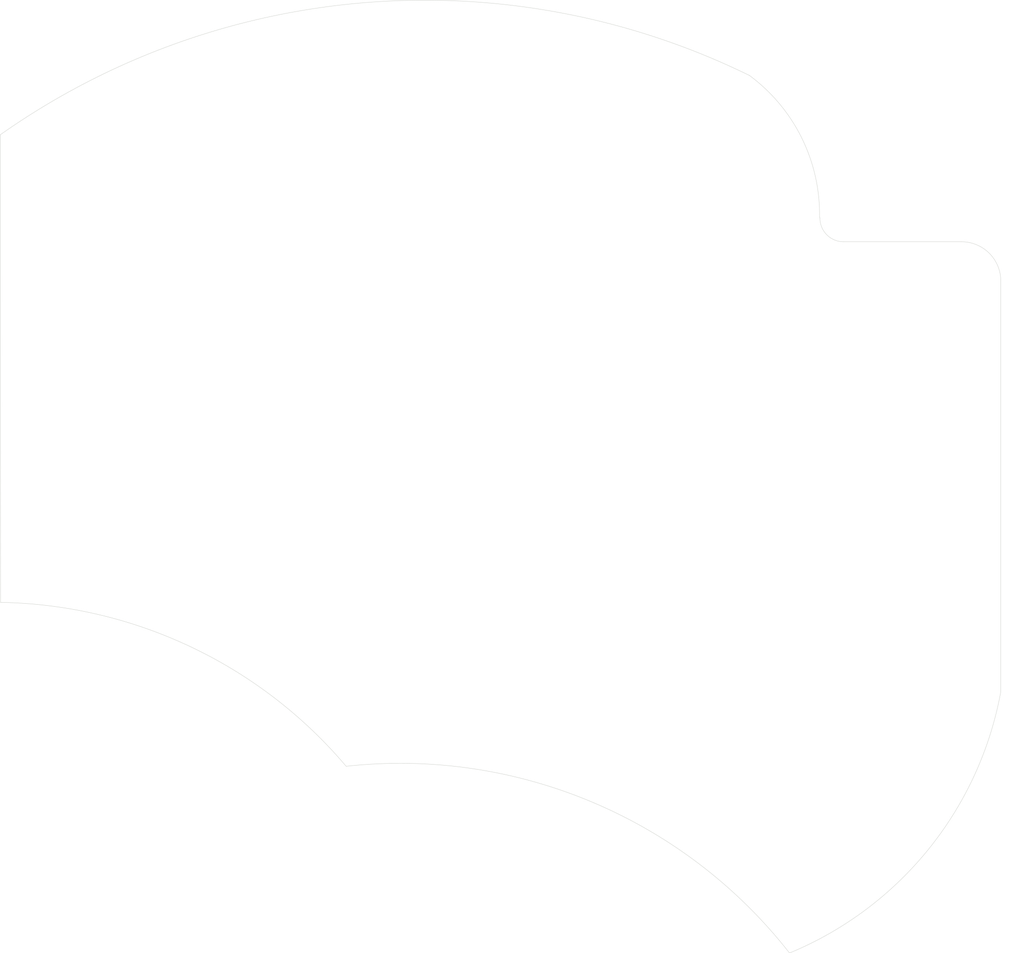
<source format=kicad_pcb>
(kicad_pcb (version 20211014) (generator pcbnew)
  (layers (0 "F.Cu" signal) (31 "B.Cu" signal) (34 "B.Paste" user) (35 "F.Paste" user) (36 "B.SilkS" user "B.Silkscreen") (37 "F.SilkS" user "F.Silkscreen") (38 "B.Mask" user) (39 "F.Mask" user) (44 "Edge.Cuts" user))
  (net 0 "")
  (footprint "MountingHole:MountingHole_2.2mm_M2_ISO14580" (layer "F.Cu") (at 96.75 85.75)
    (fp_text reference " " (at 0 -2.75) (layer "F.SilkS"))
    (fp_text value "MountingHole_2.2mm_M2_ISO14580")
    (pad "" np_thru_hole circle locked (at 0 0) (size 2.2 2.2) (drill 2.2) (layers *.Cu *.Mask))
  )
  (footprint "MountingHole:MountingHole_2.2mm_M2_ISO14580" (layer "F.Cu") (at 135 68.25)
    (fp_text reference " " (at 0 -2.75) (layer "F.SilkS"))
    (fp_text value "MountingHole_2.2mm_M2_ISO14580")
    (pad "" np_thru_hole circle locked (at 0 0) (size 2.2 2.2) (drill 2.2) (layers *.Cu *.Mask))
  )
  (footprint "MountingHole:MountingHole_2.2mm_M2_ISO14580" (layer "F.Cu") (at 120.75 126.75)
    (fp_text reference " " (at 0 -2.75) (layer "F.SilkS"))
    (fp_text value "MountingHole_2.2mm_M2_ISO14580")
    (pad "" np_thru_hole circle locked (at 0 0) (size 2.2 2.2) (drill 2.2) (layers *.Cu *.Mask))
  )
  (footprint "MountingHole:MountingHole_2.2mm_M2_ISO14580" (layer "F.Cu") (at 194.46875 141.2875)
    (fp_text reference " " (at 0 -2.75) (layer "F.SilkS"))
    (fp_text value "MountingHole_2.2mm_M2_ISO14580")
    (pad "" np_thru_hole circle locked (at 0 0) (size 2.2 2.2) (drill 2.2) (layers *.Cu *.Mask))
  )
  (gr_line (start 181.949314 69.605711) (end 182 69.75) (layer "Edge.Cuts") (width 0.05))
  (gr_arc (start 173.037499 51.593751) (mid 179.672669 59.521493) (end 181.949314 69.605711) (layer "Edge.Cuts") (width 0.05))
  (gr_line (start 205 77.75) (end 205 130) (layer "Edge.Cuts") (width 0.05))
  (gr_arc (start 200 72.75) (mid 203.535534 74.214466) (end 205 77.75) (layer "Edge.Cuts") (width 0.05))
  (gr_arc (start 77.749541 59.145712) (mid 124.358316 42.307899) (end 173.037499 51.593751) (layer "Edge.Cuts") (width 0.05))
  (gr_line (start 77.749541 59.145712) (end 77.794796 118.63649) (layer "Edge.Cuts") (width 0.05))
  (gr_arc (start 185 72.75) (mid 182.87868 71.87132) (end 182 69.75) (layer "Edge.Cuts") (width 0.05))
  (gr_arc (start 205 130) (mid 195.803993 150.052501) (end 178.128606 163.252882) (layer "Edge.Cuts") (width 0.05))
  (gr_line (start 185 72.75) (end 200 72.75) (layer "Edge.Cuts") (width 0.05))
  (gr_arc (start 77.794796 118.63649) (mid 102.027063 124.312494) (end 121.749255 139.493235) (layer "Edge.Cuts") (width 0.05))
  (gr_arc (start 121.749255 139.493235) (mid 153.026625 144.046258) (end 178.128606 163.252882) (layer "Edge.Cuts") (width 0.05))
)
</source>
